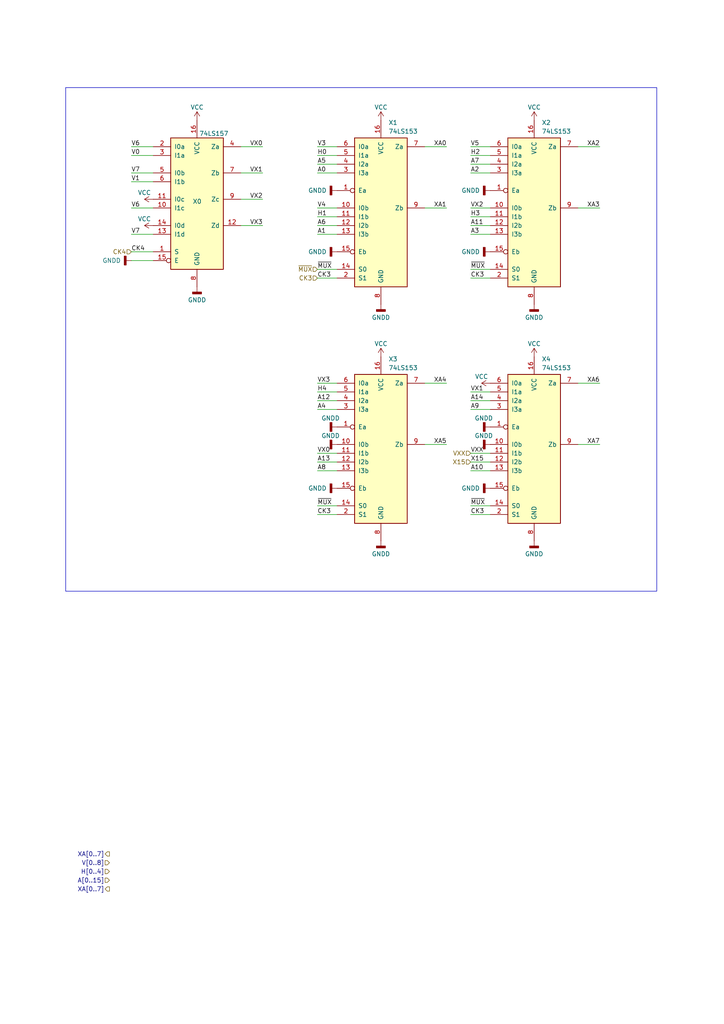
<source format=kicad_sch>
(kicad_sch (version 20231120) (generator "eeschema") (generator_version "8.0")
  (paper "A4" portrait)
  (title_block (title "Turbo Spectrum ( CoBra 2 ) ") (company "© 2022 The Cismas Foundation"))
  (lib_symbols
    (symbol "74xx:74LS153" (pin_names (offset 1.016))
      (property "Reference" "U" (at -7.62 21.59 0))
      (property "Value" "74LS153" (at -7.62 -24.13 0))
      (symbol "74LS153_1_0"
        (pin input inverted (at -12.7 5.08 0) (length 5.08) (name "Ea") (number "1"))
        (pin input line (at -12.7 0 0) (length 5.08) (name "I0b") (number "10"))
        (pin input line (at -12.7 -2.54 0) (length 5.08) (name "I1b") (number "11"))
        (pin input line (at -12.7 -5.08 0) (length 5.08) (name "I2b") (number "12"))
        (pin input line (at -12.7 -7.62 0) (length 5.08) (name "I3b") (number "13"))
        (pin input line (at -12.7 -17.78 0) (length 5.08) (name "S0") (number "14"))
        (pin input inverted (at -12.7 -12.7 0) (length 5.08) (name "Eb") (number "15"))
        (pin power_in line (at 0 25.4 270) (length 5.08) (name "VCC") (number "16"))
        (pin input line (at -12.7 -20.32 0) (length 5.08) (name "S1") (number "2"))
        (pin input line (at -12.7 10.16 0) (length 5.08) (name "I3a") (number "3"))
        (pin input line (at -12.7 12.7 0) (length 5.08) (name "I2a") (number "4"))
        (pin input line (at -12.7 15.24 0) (length 5.08) (name "I1a") (number "5"))
        (pin input line (at -12.7 17.78 0) (length 5.08) (name "I0a") (number "6"))
        (pin output line (at 12.7 17.78 180) (length 5.08) (name "Za") (number "7"))
        (pin power_in line (at 0 -27.94 90) (length 5.08) (name "GND") (number "8"))
        (pin output line (at 12.7 0 180) (length 5.08) (name "Zb") (number "9"))
      )
      (symbol "74LS153_1_1"
        (rectangle (start -7.62 20.32) (end 7.62 -22.86) (stroke (width 0.254)) (fill (type background)))
      )
    )
    (symbol "74xx:74LS157" (pin_names (offset 1.016))
      (property "Reference" "U" (at -7.62 19.05 0))
      (property "Value" "74LS157" (at -7.62 -21.59 0))
      (symbol "74LS157_1_0"
        (pin input line (at -12.7 -15.24 0) (length 5.08) (name "S") (number "1"))
        (pin input line (at -12.7 -2.54 0) (length 5.08) (name "I1c") (number "10"))
        (pin input line (at -12.7 0 0) (length 5.08) (name "I0c") (number "11"))
        (pin output line (at 12.7 -7.62 180) (length 5.08) (name "Zd") (number "12"))
        (pin input line (at -12.7 -10.16 0) (length 5.08) (name "I1d") (number "13"))
        (pin input line (at -12.7 -7.62 0) (length 5.08) (name "I0d") (number "14"))
        (pin input inverted (at -12.7 -17.78 0) (length 5.08) (name "E") (number "15"))
        (pin power_in line (at 0 22.86 270) (length 5.08) (name "VCC") (number "16"))
        (pin input line (at -12.7 15.24 0) (length 5.08) (name "I0a") (number "2"))
        (pin input line (at -12.7 12.7 0) (length 5.08) (name "I1a") (number "3"))
        (pin output line (at 12.7 15.24 180) (length 5.08) (name "Za") (number "4"))
        (pin input line (at -12.7 7.62 0) (length 5.08) (name "I0b") (number "5"))
        (pin input line (at -12.7 5.08 0) (length 5.08) (name "I1b") (number "6"))
        (pin output line (at 12.7 7.62 180) (length 5.08) (name "Zb") (number "7"))
        (pin power_in line (at 0 -25.4 90) (length 5.08) (name "GND") (number "8"))
        (pin output line (at 12.7 0 180) (length 5.08) (name "Zc") (number "9"))
      )
      (symbol "74LS157_1_1"
        (rectangle (start -7.62 17.78) (end 7.62 -20.32) (stroke (width 0.254)) (fill (type background)))
      )
    )
    (symbol "power:GNDD" (power) (pin_numbers hide) (pin_names (offset 0) hide)
      (property "Value" "GNDD" (at 0 -3.175 0))
      (symbol "GNDD_0_1"
        (rectangle (start -1.27 -1.524) (end 1.27 -2.032) (stroke (width 0.254)) (fill (type outline)))
        (polyline (pts (xy 0 0) (xy 0 -1.524)))
      )
      (symbol "GNDD_1_1"
        (pin power_in line (at 0 0 270) (length 0) (name "~") (number "1"))
      )
    )
    (symbol "power:VCC" (power) (pin_numbers hide) (pin_names (offset 0) hide)
      (property "Value" "VCC" (at 0 3.556 0))
      (symbol "VCC_0_1"
        (polyline (pts (xy -0.762 1.27) (xy 0 2.54)))
        (polyline (pts (xy 0 0) (xy 0 2.54)))
        (polyline (pts (xy 0 2.54) (xy 0.762 1.27)))
      )
      (symbol "VCC_1_1"
        (pin power_in line (at 0 0 90) (length 0) (name "~") (number "1"))
      )
    )
  )
  (wire (pts (xy 136.525 65.405) (xy 142.24 65.405)))
  (wire (pts (xy 92.075 62.865) (xy 97.79 62.865)))
  (wire (pts (xy 136.525 42.545) (xy 142.24 42.545)))
  (wire (pts (xy 136.525 67.945) (xy 142.24 67.945)))
  (wire (pts (xy 136.525 146.685) (xy 142.24 146.685)))
  (wire (pts (xy 38.1 45.085) (xy 44.45 45.085)))
  (wire (pts (xy 136.525 45.085) (xy 142.24 45.085)))
  (wire (pts (xy 92.075 60.325) (xy 97.79 60.325)))
  (wire (pts (xy 38.1 75.565) (xy 44.45 75.565)))
  (wire (pts (xy 92.075 118.745) (xy 97.79 118.745)))
  (wire (pts (xy 69.85 50.165) (xy 76.2 50.165)))
  (wire (pts (xy 167.64 42.545) (xy 173.99 42.545)))
  (wire (pts (xy 136.525 78.105) (xy 142.24 78.105)))
  (wire (pts (xy 38.1 60.325) (xy 44.45 60.325)))
  (wire (pts (xy 38.1 50.165) (xy 44.45 50.165)))
  (wire (pts (xy 92.075 80.645) (xy 97.79 80.645)))
  (wire (pts (xy 92.075 146.685) (xy 97.79 146.685)))
  (wire (pts (xy 92.075 65.405) (xy 97.79 65.405)))
  (wire (pts (xy 123.19 42.545) (xy 129.54 42.545)))
  (wire (pts (xy 92.075 149.225) (xy 97.79 149.225)))
  (wire (pts (xy 123.19 128.905) (xy 129.54 128.905)))
  (wire (pts (xy 69.85 65.405) (xy 76.2 65.405)))
  (wire (pts (xy 123.19 60.325) (xy 129.54 60.325)))
  (wire (pts (xy 92.075 133.985) (xy 97.79 133.985)))
  (wire (pts (xy 136.525 133.985) (xy 142.24 133.985)))
  (wire (pts (xy 136.525 116.205) (xy 142.24 116.205)))
  (wire (pts (xy 136.525 149.225) (xy 142.24 149.225)))
  (wire (pts (xy 167.64 60.325) (xy 173.99 60.325)))
  (wire (pts (xy 136.525 50.165) (xy 142.24 50.165)))
  (wire (pts (xy 136.525 131.445) (xy 142.24 131.445)))
  (wire (pts (xy 92.075 47.625) (xy 97.79 47.625)))
  (wire (pts (xy 136.525 62.865) (xy 142.24 62.865)))
  (wire (pts (xy 38.1 42.545) (xy 44.45 42.545)))
  (wire (pts (xy 38.1 67.945) (xy 44.45 67.945)))
  (wire (pts (xy 92.075 67.945) (xy 97.79 67.945)))
  (wire (pts (xy 92.075 111.125) (xy 97.79 111.125)))
  (wire (pts (xy 92.075 116.205) (xy 97.79 116.205)))
  (wire (pts (xy 92.075 136.525) (xy 97.79 136.525)))
  (wire (pts (xy 92.075 42.545) (xy 97.79 42.545)))
  (wire (pts (xy 92.075 45.085) (xy 97.79 45.085)))
  (wire (pts (xy 92.075 113.665) (xy 97.79 113.665)))
  (wire (pts (xy 69.85 57.785) (xy 76.2 57.785)))
  (wire (pts (xy 136.525 113.665) (xy 142.24 113.665)))
  (wire (pts (xy 38.1 73.025) (xy 44.45 73.025)))
  (wire (pts (xy 92.075 131.445) (xy 97.79 131.445)))
  (wire (pts (xy 136.525 80.645) (xy 142.24 80.645)))
  (wire (pts (xy 136.525 47.625) (xy 142.24 47.625)))
  (wire (pts (xy 92.075 78.105) (xy 97.79 78.105)))
  (wire (pts (xy 136.525 60.325) (xy 142.24 60.325)))
  (wire (pts (xy 167.64 111.125) (xy 173.99 111.125)))
  (wire (pts (xy 136.525 118.745) (xy 142.24 118.745)))
  (wire (pts (xy 136.525 136.525) (xy 142.24 136.525)))
  (wire (pts (xy 167.64 128.905) (xy 173.99 128.905)))
  (wire (pts (xy 92.075 50.165) (xy 97.79 50.165)))
  (wire (pts (xy 123.19 111.125) (xy 129.54 111.125)))
  (wire (pts (xy 69.85 42.545) (xy 76.2 42.545)))
  (wire (pts (xy 38.1 52.705) (xy 44.45 52.705)))
  (rectangle (start 19.05 25.4) (end 190.5 171.45))
  (label "XA5" (at 129.54 128.905 180))
  (label "A14" (at 136.525 116.205 0))
  (label "V6" (at 38.1 60.325 0))
  (label "CK3" (at 92.075 149.225 0))
  (label "VX1" (at 136.525 113.665 0))
  (label "A13" (at 92.075 133.985 0))
  (label "H2" (at 136.525 45.085 0))
  (label "CK3" (at 136.525 149.225 0))
  (label "A4" (at 92.075 118.745 0))
  (label "V4" (at 92.075 60.325 0))
  (label "H0" (at 92.075 45.085 0))
  (label "~{MUX}" (at 92.075 146.685 0))
  (label "~{MUX}" (at 136.525 78.105 0))
  (label "~{MUX}" (at 136.525 146.685 0))
  (label "V0" (at 38.1 45.085 0))
  (label "VX3" (at 76.2 65.405 180))
  (label "XA2" (at 173.99 42.545 180))
  (label "VX2" (at 76.2 57.785 180))
  (label "A1" (at 92.075 67.945 0))
  (label "VXX" (at 136.525 131.445 0))
  (label "XA1" (at 129.54 60.325 180))
  (label "H3" (at 136.525 62.865 0))
  (label "CK3" (at 136.525 80.645 0))
  (label "CK4" (at 38.1 73.025 0))
  (label "A10" (at 136.525 136.525 0))
  (label "~{MUX}" (at 92.075 78.105 0))
  (label "XA4" (at 129.54 111.125 180))
  (label "V7" (at 38.1 67.945 0))
  (label "A5" (at 92.075 47.625 0))
  (label "V1" (at 38.1 52.705 0))
  (label "XA0" (at 129.54 42.545 180))
  (label "A6" (at 92.075 65.405 0))
  (label "X15" (at 136.525 133.985 0))
  (label "A12" (at 92.075 116.205 0))
  (label "V5" (at 136.525 42.545 0))
  (label "V3" (at 92.075 42.545 0))
  (label "V7" (at 38.1 50.165 0))
  (label "A11" (at 136.525 65.405 0))
  (label "VX0" (at 76.2 42.545 180))
  (label "A8" (at 92.075 136.525 0))
  (label "A7" (at 136.525 47.625 0))
  (label "V6" (at 38.1 42.545 0))
  (label "VX1" (at 76.2 50.165 180))
  (label "A2" (at 136.525 50.165 0))
  (label "H1" (at 92.075 62.865 0))
  (label "H4" (at 92.075 113.665 0))
  (label "A0" (at 92.075 50.165 0))
  (label "XA3" (at 173.99 60.325 180))
  (label "A3" (at 136.525 67.945 0))
  (label "XA6" (at 173.99 111.125 180))
  (label "A9" (at 136.525 118.745 0))
  (label "VX2" (at 136.525 60.325 0))
  (label "XA7" (at 173.99 128.905 180))
  (label "CK3" (at 92.075 80.645 0))
  (label "VX0" (at 92.075 131.445 0))
  (label "VX3" (at 92.075 111.125 0))
  (hierarchical_label "V[0..8]" (shape input) (at 31.75 250.19 180))
  (hierarchical_label "~{MUX}" (shape input) (at 92.075 78.105 180))
  (hierarchical_label "X15" (shape input) (at 136.525 133.985 180))
  (hierarchical_label "CK4" (shape input) (at 38.1 73.025 180))
  (hierarchical_label "CK3" (shape input) (at 92.075 80.645 180))
  (hierarchical_label "XA[0..7]" (shape output) (at 31.75 257.81 180))
  (hierarchical_label "VXX" (shape input) (at 136.525 131.445 180))
  (hierarchical_label "H[0..4]" (shape input) (at 31.75 252.73 180))
  (hierarchical_label "XA[0..7]" (shape output) (at 31.75 247.65 180))
  (hierarchical_label "A[0..15]" (shape input) (at 31.75 255.27 180))
  (symbol (lib_id "power:VCC") (at 154.94 103.505 0) (unit 1)
    (property "Reference" "#PWR099" (effects (hide yes)))
    (property "Value" "VCC" (at 153.035 99.695 0) (effects (justify left)))
    (property "Description" "Power symbol creates a global label with name \"VCC\"" (effects (hide yes)))
  )
  (symbol (lib_id "74xx:74LS153") (at 154.94 60.325 0) (unit 1)
    (property "Reference" "X2" (at 157.1341 35.56 0) (effects (justify left)))
    (property "Value" "74LS153" (at 157.1341 38.1 0) (effects (justify left)))
    (property "Footprint" "Package_DIP:DIP-16_W7.62mm" (effects (hide yes)))
    (property "Datasheet" "http://www.ti.com/lit/gpn/sn74LS153" (effects (hide yes)))
    (property "Description" "Dual Multiplexer 4 to 1" (effects (hide yes)))
  )
  (symbol (lib_id "74xx:74LS153") (at 154.94 128.905 0) (unit 1)
    (property "Reference" "X4" (at 157.1341 104.14 0) (effects (justify left)))
    (property "Value" "74LS153" (at 157.1341 106.68 0) (effects (justify left)))
    (property "Footprint" "Package_DIP:DIP-16_W7.62mm" (effects (hide yes)))
    (property "Datasheet" "http://www.ti.com/lit/gpn/sn74LS153" (effects (hide yes)))
    (property "Description" "Dual Multiplexer 4 to 1" (effects (hide yes)))
  )
  (symbol (lib_id "power:GNDD") (at 97.79 141.605 270) (unit 1)
    (property "Reference" "#PWR086" (effects (hide yes)))
    (property "Value" "GNDD" (at 92.075 141.605 90))
    (property "Description" "Power symbol creates a global label with name \"GNDD\" , digital ground" (effects (hide yes)))
  )
  (symbol (lib_id "power:GNDD") (at 142.24 73.025 270) (unit 1)
    (property "Reference" "#PWR092" (effects (hide yes)))
    (property "Value" "GNDD" (at 136.525 73.025 90))
    (property "Description" "Power symbol creates a global label with name \"GNDD\" , digital ground" (effects (hide yes)))
  )
  (symbol (lib_id "power:GNDD") (at 97.79 123.825 270) (unit 1)
    (property "Reference" "#PWR084" (effects (hide yes)))
    (property "Value" "GNDD" (at 95.885 121.285 90))
    (property "Description" "Power symbol creates a global label with name \"GNDD\" , digital ground" (effects (hide yes)))
  )
  (symbol (lib_id "power:GNDD") (at 142.24 123.825 270) (unit 1)
    (property "Reference" "#PWR094" (effects (hide yes)))
    (property "Value" "GNDD" (at 140.335 121.285 90))
    (property "Description" "Power symbol creates a global label with name \"GNDD\" , digital ground" (effects (hide yes)))
  )
  (symbol (lib_id "power:GNDD") (at 142.24 141.605 270) (unit 1)
    (property "Reference" "#PWR096" (effects (hide yes)))
    (property "Value" "GNDD" (at 136.525 141.605 90))
    (property "Description" "Power symbol creates a global label with name \"GNDD\" , digital ground" (effects (hide yes)))
  )
  (symbol (lib_id "74xx:74LS157") (at 57.15 57.785 0) (unit 1)
    (property "Reference" "X0" (at 55.88 58.42 0) (effects (justify left)))
    (property "Value" "74LS157" (at 57.785 38.735 0) (effects (justify left)))
    (property "Footprint" "Package_DIP:DIP-16_W7.62mm" (effects (hide yes)))
    (property "Datasheet" "http://www.ti.com/lit/gpn/sn74LS157" (effects (hide yes)))
    (property "Description" "Quad 2 to 1 line Multiplexer" (effects (hide yes)))
  )
  (symbol (lib_id "power:VCC") (at 154.94 34.925 0) (unit 1)
    (property "Reference" "#PWR097" (effects (hide yes)))
    (property "Value" "VCC" (at 153.035 31.115 0) (effects (justify left)))
    (property "Description" "Power symbol creates a global label with name \"VCC\"" (effects (hide yes)))
  )
  (symbol (lib_id "power:VCC") (at 44.45 65.405 90) (unit 1)
    (property "Reference" "#PWR079" (effects (hide yes)))
    (property "Value" "VCC" (at 43.815 63.5 90) (effects (justify left)))
    (property "Description" "Power symbol creates a global label with name \"VCC\"" (effects (hide yes)))
  )
  (symbol (lib_id "power:GNDD") (at 142.24 128.905 270) (unit 1)
    (property "Reference" "#PWR095" (effects (hide yes)))
    (property "Value" "GNDD" (at 140.335 126.365 90))
    (property "Description" "Power symbol creates a global label with name \"GNDD\" , digital ground" (effects (hide yes)))
  )
  (symbol (lib_id "power:VCC") (at 142.24 111.125 90) (unit 1)
    (property "Reference" "#PWR093" (effects (hide yes)))
    (property "Value" "VCC" (at 141.605 109.22 90) (effects (justify left)))
    (property "Description" "Power symbol creates a global label with name \"VCC\"" (effects (hide yes)))
  )
  (symbol (lib_id "74xx:74LS153") (at 110.49 128.905 0) (unit 1)
    (property "Reference" "X3" (at 112.6841 104.14 0) (effects (justify left)))
    (property "Value" "74LS153" (at 112.6841 106.68 0) (effects (justify left)))
    (property "Footprint" "Package_DIP:DIP-16_W7.62mm" (effects (hide yes)))
    (property "Datasheet" "http://www.ti.com/lit/gpn/sn74LS153" (effects (hide yes)))
    (property "Description" "Dual Multiplexer 4 to 1" (effects (hide yes)))
  )
  (symbol (lib_id "power:GNDD") (at 154.94 156.845 0) (unit 1)
    (property "Reference" "#PWR0100" (effects (hide yes)))
    (property "Value" "GNDD" (at 154.94 160.655 0))
    (property "Description" "Power symbol creates a global label with name \"GNDD\" , digital ground" (effects (hide yes)))
  )
  (symbol (lib_id "power:GNDD") (at 97.79 73.025 270) (unit 1)
    (property "Reference" "#PWR083" (effects (hide yes)))
    (property "Value" "GNDD" (at 92.075 73.025 90))
    (property "Description" "Power symbol creates a global label with name \"GNDD\" , digital ground" (effects (hide yes)))
  )
  (symbol (lib_id "power:GNDD") (at 142.24 55.245 270) (unit 1)
    (property "Reference" "#PWR091" (effects (hide yes)))
    (property "Value" "GNDD" (at 136.525 55.245 90))
    (property "Description" "Power symbol creates a global label with name \"GNDD\" , digital ground" (effects (hide yes)))
  )
  (symbol (lib_id "power:VCC") (at 110.49 103.505 0) (unit 1)
    (property "Reference" "#PWR089" (effects (hide yes)))
    (property "Value" "VCC" (at 108.585 99.695 0) (effects (justify left)))
    (property "Description" "Power symbol creates a global label with name \"VCC\"" (effects (hide yes)))
  )
  (symbol (lib_id "power:GNDD") (at 57.15 83.185 0) (unit 1)
    (property "Reference" "#PWR081" (effects (hide yes)))
    (property "Value" "GNDD" (at 57.15 86.995 0))
    (property "Description" "Power symbol creates a global label with name \"GNDD\" , digital ground" (effects (hide yes)))
  )
  (symbol (lib_id "power:GNDD") (at 110.49 88.265 0) (unit 1)
    (property "Reference" "#PWR088" (effects (hide yes)))
    (property "Value" "GNDD" (at 110.49 92.075 0))
    (property "Description" "Power symbol creates a global label with name \"GNDD\" , digital ground" (effects (hide yes)))
  )
  (symbol (lib_id "power:VCC") (at 110.49 34.925 0) (unit 1)
    (property "Reference" "#PWR087" (effects (hide yes)))
    (property "Value" "VCC" (at 108.585 31.115 0) (effects (justify left)))
    (property "Description" "Power symbol creates a global label with name \"VCC\"" (effects (hide yes)))
  )
  (symbol (lib_id "power:GNDD") (at 154.94 88.265 0) (unit 1)
    (property "Reference" "#PWR098" (effects (hide yes)))
    (property "Value" "GNDD" (at 154.94 92.075 0))
    (property "Description" "Power symbol creates a global label with name \"GNDD\" , digital ground" (effects (hide yes)))
  )
  (symbol (lib_id "74xx:74LS153") (at 110.49 60.325 0) (unit 1)
    (property "Reference" "X1" (at 112.6841 35.56 0) (effects (justify left)))
    (property "Value" "74LS153" (at 112.6841 38.1 0) (effects (justify left)))
    (property "Footprint" "Package_DIP:DIP-16_W7.62mm" (effects (hide yes)))
    (property "Datasheet" "http://www.ti.com/lit/gpn/sn74LS153" (effects (hide yes)))
    (property "Description" "Dual Multiplexer 4 to 1" (effects (hide yes)))
  )
  (symbol (lib_id "power:VCC") (at 44.45 57.785 90) (unit 1)
    (property "Reference" "#PWR078" (effects (hide yes)))
    (property "Value" "VCC" (at 43.815 55.88 90) (effects (justify left)))
    (property "Description" "Power symbol creates a global label with name \"VCC\"" (effects (hide yes)))
  )
  (symbol (lib_id "power:GNDD") (at 38.1 75.565 270) (unit 1)
    (property "Reference" "#PWR077" (effects (hide yes)))
    (property "Value" "GNDD" (at 32.385 75.565 90))
    (property "Description" "Power symbol creates a global label with name \"GNDD\" , digital ground" (effects (hide yes)))
  )
  (symbol (lib_id "power:GNDD") (at 97.79 128.905 270) (unit 1)
    (property "Reference" "#PWR085" (effects (hide yes)))
    (property "Value" "GNDD" (at 95.885 126.365 90))
    (property "Description" "Power symbol creates a global label with name \"GNDD\" , digital ground" (effects (hide yes)))
  )
  (symbol (lib_id "power:VCC") (at 57.15 34.925 0) (unit 1)
    (property "Reference" "#PWR080" (effects (hide yes)))
    (property "Value" "VCC" (at 55.245 31.115 0) (effects (justify left)))
    (property "Description" "Power symbol creates a global label with name \"VCC\"" (effects (hide yes)))
  )
  (symbol (lib_id "power:GNDD") (at 110.49 156.845 0) (unit 1)
    (property "Reference" "#PWR090" (effects (hide yes)))
    (property "Value" "GNDD" (at 110.49 160.655 0))
    (property "Description" "Power symbol creates a global label with name \"GNDD\" , digital ground" (effects (hide yes)))
  )
  (symbol (lib_id "power:GNDD") (at 97.79 55.245 270) (unit 1)
    (property "Reference" "#PWR082" (effects (hide yes)))
    (property "Value" "GNDD" (at 92.075 55.245 90))
    (property "Description" "Power symbol creates a global label with name \"GNDD\" , digital ground" (effects (hide yes)))
  )
)
</source>
